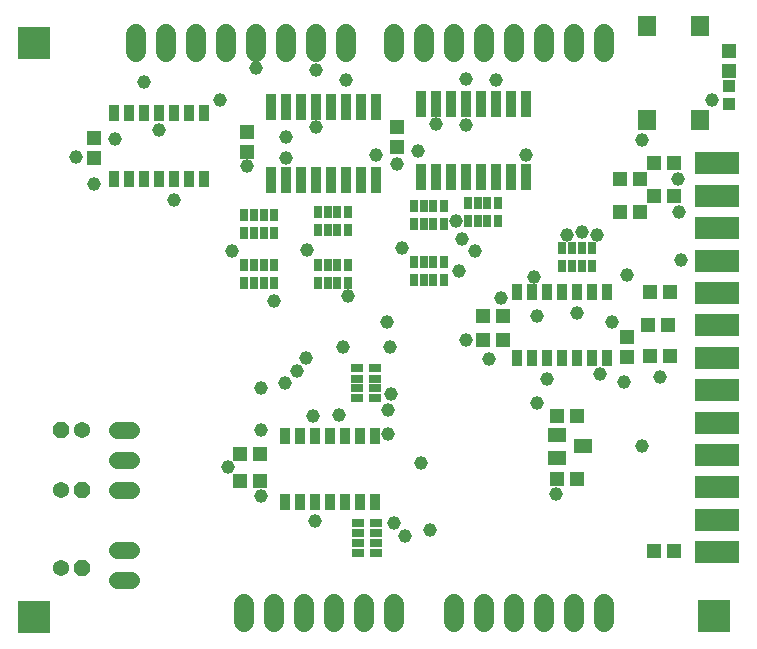
<source format=gts>
G75*
G70*
%OFA0B0*%
%FSLAX24Y24*%
%IPPOS*%
%LPD*%
%AMOC8*
5,1,8,0,0,1.08239X$1,22.5*
%
%ADD10C,0.0680*%
%ADD11C,0.0560*%
%ADD12OC8,0.0540*%
%ADD13C,0.0540*%
%ADD14R,0.1458X0.0749*%
%ADD15R,0.0330X0.0580*%
%ADD16R,0.0474X0.0513*%
%ADD17R,0.0513X0.0474*%
%ADD18R,0.0340X0.0880*%
%ADD19R,0.0316X0.0395*%
%ADD20R,0.0277X0.0395*%
%ADD21R,0.0592X0.0690*%
%ADD22R,0.0395X0.0395*%
%ADD23R,0.0631X0.0474*%
%ADD24R,0.0395X0.0316*%
%ADD25R,0.0395X0.0277*%
%ADD26C,0.0456*%
%ADD27R,0.1080X0.1080*%
D10*
X010431Y001789D02*
X010431Y002389D01*
X011431Y002389D02*
X011431Y001789D01*
X012431Y001789D02*
X012431Y002389D01*
X013431Y002389D02*
X013431Y001789D01*
X014431Y001789D02*
X014431Y002389D01*
X015431Y002389D02*
X015431Y001789D01*
X017431Y001789D02*
X017431Y002389D01*
X018431Y002389D02*
X018431Y001789D01*
X019431Y001789D02*
X019431Y002389D01*
X020431Y002389D02*
X020431Y001789D01*
X021431Y001789D02*
X021431Y002389D01*
X022431Y002389D02*
X022431Y001789D01*
X022431Y020789D02*
X022431Y021389D01*
X021431Y021389D02*
X021431Y020789D01*
X020431Y020789D02*
X020431Y021389D01*
X019431Y021389D02*
X019431Y020789D01*
X018431Y020789D02*
X018431Y021389D01*
X017431Y021389D02*
X017431Y020789D01*
X016431Y020789D02*
X016431Y021389D01*
X015431Y021389D02*
X015431Y020789D01*
X013831Y020789D02*
X013831Y021389D01*
X012831Y021389D02*
X012831Y020789D01*
X011831Y020789D02*
X011831Y021389D01*
X010831Y021389D02*
X010831Y020789D01*
X009831Y020789D02*
X009831Y021389D01*
X008831Y021389D02*
X008831Y020789D01*
X007831Y020789D02*
X007831Y021389D01*
X006831Y021389D02*
X006831Y020789D01*
D11*
X006671Y008189D02*
X006191Y008189D01*
X006191Y007189D02*
X006671Y007189D01*
X006671Y006189D02*
X006191Y006189D01*
X006191Y004189D02*
X006671Y004189D01*
X006671Y003189D02*
X006191Y003189D01*
D12*
X005031Y003589D03*
X005031Y006189D03*
X004331Y008189D03*
D13*
X005031Y008189D03*
X004331Y006189D03*
X004331Y003589D03*
D14*
X026201Y004108D03*
X026201Y005189D03*
X026201Y006269D03*
X026201Y007348D03*
X026201Y008429D03*
X026201Y009508D03*
X026201Y010589D03*
X026201Y011669D03*
X026201Y012748D03*
X026201Y013829D03*
X026201Y014908D03*
X026201Y015989D03*
X026201Y017069D03*
D15*
X022531Y012789D03*
X022031Y012789D03*
X021531Y012789D03*
X021031Y012789D03*
X020531Y012789D03*
X020031Y012789D03*
X019531Y012789D03*
X019531Y010589D03*
X020031Y010589D03*
X020531Y010589D03*
X021031Y010589D03*
X021531Y010589D03*
X022031Y010589D03*
X022531Y010589D03*
X014781Y007989D03*
X014281Y007989D03*
X013781Y007989D03*
X013281Y007989D03*
X012781Y007989D03*
X012281Y007989D03*
X011781Y007989D03*
X011781Y005789D03*
X012281Y005789D03*
X012781Y005789D03*
X013281Y005789D03*
X013781Y005789D03*
X014281Y005789D03*
X014781Y005789D03*
X009081Y016539D03*
X008581Y016539D03*
X008081Y016539D03*
X007581Y016539D03*
X007081Y016539D03*
X006581Y016539D03*
X006081Y016539D03*
X006081Y018739D03*
X006581Y018739D03*
X007081Y018739D03*
X007581Y018739D03*
X008081Y018739D03*
X008581Y018739D03*
X009081Y018739D03*
D16*
X010531Y018123D03*
X010531Y017454D03*
X015531Y017604D03*
X015531Y018273D03*
X022946Y016539D03*
X023615Y016539D03*
X024096Y017089D03*
X024765Y017089D03*
X024765Y015989D03*
X024096Y015989D03*
X023615Y015439D03*
X022946Y015439D03*
X023946Y012789D03*
X024615Y012789D03*
X024565Y011689D03*
X023896Y011689D03*
X023181Y011273D03*
X023181Y010604D03*
X023946Y010639D03*
X024615Y010639D03*
X024765Y004139D03*
X024096Y004139D03*
X005431Y017254D03*
X005431Y017923D03*
D17*
X018396Y011989D03*
X019065Y011989D03*
X019065Y011189D03*
X018396Y011189D03*
X020846Y008639D03*
X021515Y008639D03*
X021515Y006539D03*
X020846Y006539D03*
X010965Y006489D03*
X010296Y006489D03*
X010296Y007389D03*
X010965Y007389D03*
X026581Y020154D03*
X026581Y020823D03*
D18*
X019831Y019049D03*
X019331Y019049D03*
X018831Y019049D03*
X018331Y019049D03*
X017831Y019049D03*
X017331Y019049D03*
X016831Y019049D03*
X016331Y019049D03*
X014831Y018949D03*
X014331Y018949D03*
X013831Y018949D03*
X013331Y018949D03*
X012831Y018949D03*
X012331Y018949D03*
X011831Y018949D03*
X011331Y018949D03*
X011331Y016529D03*
X011831Y016529D03*
X012331Y016529D03*
X012831Y016529D03*
X013331Y016529D03*
X013831Y016529D03*
X014331Y016529D03*
X014831Y016529D03*
X016331Y016629D03*
X016831Y016629D03*
X017331Y016629D03*
X017831Y016629D03*
X018331Y016629D03*
X018831Y016629D03*
X019331Y016629D03*
X019831Y016629D03*
D19*
X018883Y015734D03*
X018883Y015143D03*
X017879Y015143D03*
X017879Y015734D03*
X017083Y015634D03*
X017083Y015043D03*
X016079Y015043D03*
X016079Y015634D03*
X013883Y015434D03*
X013883Y014843D03*
X012879Y014843D03*
X012879Y015434D03*
X011433Y015334D03*
X011433Y014743D03*
X010429Y014743D03*
X010429Y015334D03*
X010429Y013684D03*
X010429Y013093D03*
X011433Y013093D03*
X011433Y013684D03*
X012879Y013684D03*
X012879Y013093D03*
X013883Y013093D03*
X013883Y013684D03*
X016079Y013784D03*
X016079Y013193D03*
X017083Y013193D03*
X017083Y013784D03*
X021029Y013643D03*
X021029Y014234D03*
X022033Y014234D03*
X022033Y013643D03*
D20*
X021688Y013643D03*
X021373Y013643D03*
X021373Y014234D03*
X021688Y014234D03*
X018538Y015143D03*
X018223Y015143D03*
X018223Y015734D03*
X018538Y015734D03*
X016738Y015634D03*
X016423Y015634D03*
X016423Y015043D03*
X016738Y015043D03*
X016738Y013784D03*
X016423Y013784D03*
X016423Y013193D03*
X016738Y013193D03*
X013538Y013093D03*
X013223Y013093D03*
X013223Y013684D03*
X013538Y013684D03*
X013538Y014843D03*
X013223Y014843D03*
X013223Y015434D03*
X013538Y015434D03*
X011088Y015334D03*
X010773Y015334D03*
X010773Y014743D03*
X011088Y014743D03*
X011088Y013684D03*
X010773Y013684D03*
X010773Y013093D03*
X011088Y013093D03*
D21*
X023845Y018524D03*
X025616Y018524D03*
X025616Y021653D03*
X023845Y021653D03*
D22*
X026581Y019634D03*
X026581Y019043D03*
D23*
X020847Y008013D03*
X020847Y007264D03*
X021714Y007639D03*
D24*
X014776Y009237D03*
X014185Y009237D03*
X014185Y010240D03*
X014776Y010240D03*
X014826Y005090D03*
X014235Y005090D03*
X014235Y004087D03*
X014826Y004087D03*
D25*
X014826Y004431D03*
X014826Y004746D03*
X014235Y004746D03*
X014235Y004431D03*
X014185Y009581D03*
X014185Y009896D03*
X014776Y009896D03*
X014776Y009581D03*
D26*
X015331Y009389D03*
X015231Y008839D03*
X015231Y008039D03*
X016331Y007089D03*
X015431Y005089D03*
X015781Y004639D03*
X016631Y004839D03*
X012781Y005139D03*
X010981Y005989D03*
X009881Y006939D03*
X010981Y008189D03*
X010981Y009589D03*
X011781Y009739D03*
X012181Y010139D03*
X012481Y010589D03*
X013731Y010939D03*
X015181Y011789D03*
X015281Y010939D03*
X013881Y012639D03*
X012531Y014189D03*
X011431Y012489D03*
X010031Y014139D03*
X008081Y015839D03*
X010531Y016989D03*
X011831Y017239D03*
X011831Y017939D03*
X012831Y018289D03*
X014831Y017339D03*
X015531Y017039D03*
X016231Y017489D03*
X016831Y018389D03*
X017831Y018339D03*
X019831Y017339D03*
X017481Y015139D03*
X017681Y014539D03*
X018131Y014139D03*
X017581Y013489D03*
X018981Y012589D03*
X020081Y013289D03*
X020181Y011989D03*
X021531Y012089D03*
X022681Y011789D03*
X023181Y013339D03*
X024981Y013839D03*
X024931Y015439D03*
X024881Y016539D03*
X023681Y017839D03*
X026031Y019189D03*
X022181Y014689D03*
X021681Y014789D03*
X021181Y014689D03*
X017831Y011189D03*
X018581Y010539D03*
X020531Y009889D03*
X020181Y009089D03*
X022281Y010039D03*
X023081Y009789D03*
X024281Y009939D03*
X023681Y007639D03*
X020831Y006039D03*
X013581Y008689D03*
X012731Y008639D03*
X015681Y014239D03*
X009631Y019189D03*
X010831Y020239D03*
X012831Y020189D03*
X013831Y019839D03*
X017831Y019889D03*
X018831Y019839D03*
X007581Y018189D03*
X006131Y017889D03*
X004831Y017289D03*
X005431Y016389D03*
X007081Y019789D03*
D27*
X003431Y001939D03*
X026081Y001989D03*
X003431Y021089D03*
M02*

</source>
